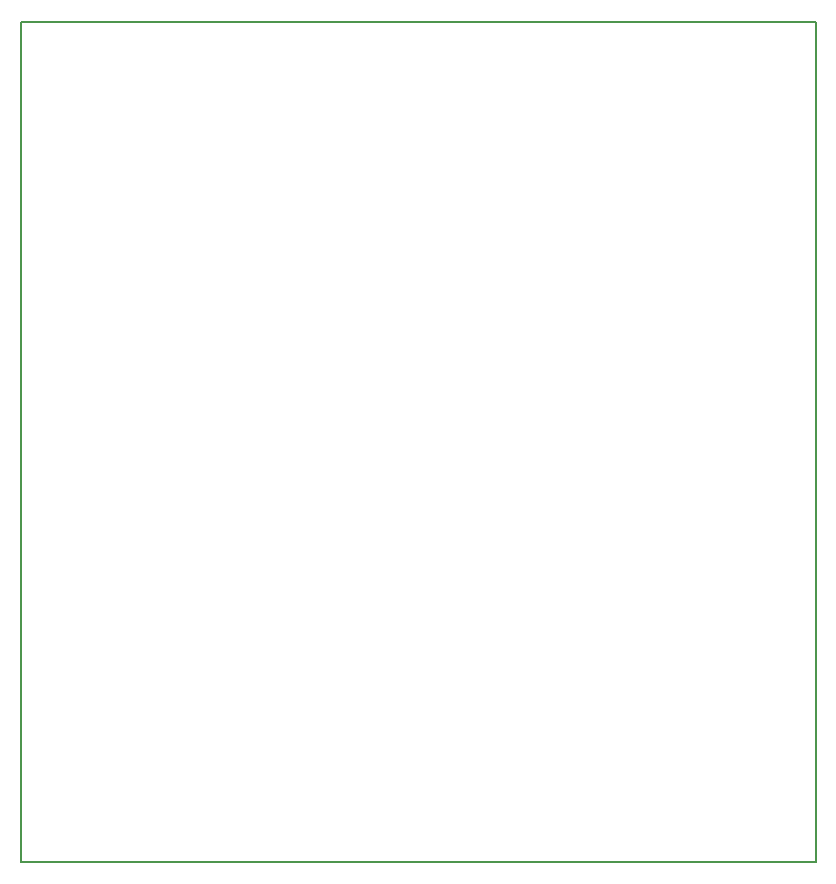
<source format=gbr>
%TF.GenerationSoftware,KiCad,Pcbnew,(5.1.10)-1*%
%TF.CreationDate,2021-07-27T21:20:26+02:00*%
%TF.ProjectId,LEDBeam,4c454442-6561-46d2-9e6b-696361645f70,rev?*%
%TF.SameCoordinates,Original*%
%TF.FileFunction,Profile,NP*%
%FSLAX46Y46*%
G04 Gerber Fmt 4.6, Leading zero omitted, Abs format (unit mm)*
G04 Created by KiCad (PCBNEW (5.1.10)-1) date 2021-07-27 21:20:26*
%MOMM*%
%LPD*%
G01*
G04 APERTURE LIST*
%TA.AperFunction,Profile*%
%ADD10C,0.150000*%
%TD*%
G04 APERTURE END LIST*
D10*
X77470000Y-44450000D02*
X10160000Y-44450000D01*
X10160000Y-115570000D02*
X10160000Y-44450000D01*
X11430000Y-115570000D02*
X10160000Y-115570000D01*
X77470000Y-115570000D02*
X11430000Y-115570000D01*
X77470000Y-44450000D02*
X77470000Y-115570000D01*
M02*

</source>
